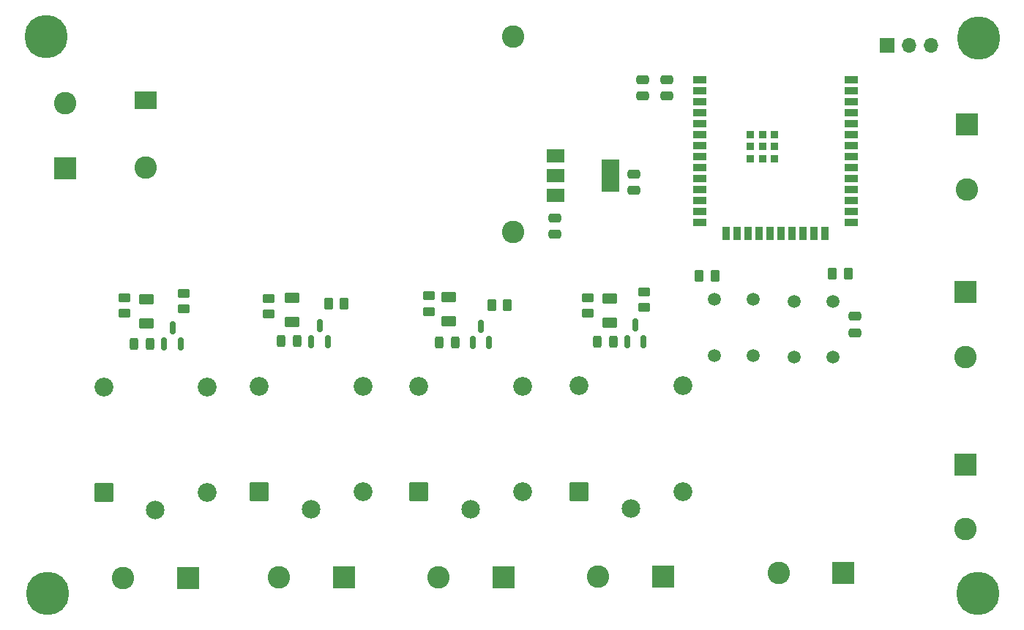
<source format=gbr>
%TF.GenerationSoftware,KiCad,Pcbnew,7.0.8*%
%TF.CreationDate,2024-04-08T22:48:43+05:30*%
%TF.ProjectId,Esp32_relay,45737033-325f-4726-956c-61792e6b6963,rev?*%
%TF.SameCoordinates,PX4046330PY7125ac8*%
%TF.FileFunction,Soldermask,Top*%
%TF.FilePolarity,Negative*%
%FSLAX46Y46*%
G04 Gerber Fmt 4.6, Leading zero omitted, Abs format (unit mm)*
G04 Created by KiCad (PCBNEW 7.0.8) date 2024-04-08 22:48:43*
%MOMM*%
%LPD*%
G01*
G04 APERTURE LIST*
G04 Aperture macros list*
%AMRoundRect*
0 Rectangle with rounded corners*
0 $1 Rounding radius*
0 $2 $3 $4 $5 $6 $7 $8 $9 X,Y pos of 4 corners*
0 Add a 4 corners polygon primitive as box body*
4,1,4,$2,$3,$4,$5,$6,$7,$8,$9,$2,$3,0*
0 Add four circle primitives for the rounded corners*
1,1,$1+$1,$2,$3*
1,1,$1+$1,$4,$5*
1,1,$1+$1,$6,$7*
1,1,$1+$1,$8,$9*
0 Add four rect primitives between the rounded corners*
20,1,$1+$1,$2,$3,$4,$5,0*
20,1,$1+$1,$4,$5,$6,$7,0*
20,1,$1+$1,$6,$7,$8,$9,0*
20,1,$1+$1,$8,$9,$2,$3,0*%
G04 Aperture macros list end*
%ADD10RoundRect,0.243750X-0.243750X-0.456250X0.243750X-0.456250X0.243750X0.456250X-0.243750X0.456250X0*%
%ADD11RoundRect,0.250000X0.450000X-0.262500X0.450000X0.262500X-0.450000X0.262500X-0.450000X-0.262500X0*%
%ADD12RoundRect,0.250000X0.475000X-0.250000X0.475000X0.250000X-0.475000X0.250000X-0.475000X-0.250000X0*%
%ADD13RoundRect,0.250000X-0.475000X0.250000X-0.475000X-0.250000X0.475000X-0.250000X0.475000X0.250000X0*%
%ADD14RoundRect,0.150000X0.150000X-0.587500X0.150000X0.587500X-0.150000X0.587500X-0.150000X-0.587500X0*%
%ADD15RoundRect,0.250000X-0.450000X0.262500X-0.450000X-0.262500X0.450000X-0.262500X0.450000X0.262500X0*%
%ADD16R,2.600000X2.000000*%
%ADD17C,2.600000*%
%ADD18C,1.500000*%
%ADD19RoundRect,0.250000X-0.625000X0.375000X-0.625000X-0.375000X0.625000X-0.375000X0.625000X0.375000X0*%
%ADD20C,5.000000*%
%ADD21RoundRect,0.102000X0.990000X-0.990000X0.990000X0.990000X-0.990000X0.990000X-0.990000X-0.990000X0*%
%ADD22C,2.184000*%
%ADD23C,2.139000*%
%ADD24R,2.600000X2.600000*%
%ADD25R,1.500000X0.900000*%
%ADD26R,0.900000X1.500000*%
%ADD27R,0.900000X0.900000*%
%ADD28RoundRect,0.250000X0.262500X0.450000X-0.262500X0.450000X-0.262500X-0.450000X0.262500X-0.450000X0*%
%ADD29RoundRect,0.250000X-0.262500X-0.450000X0.262500X-0.450000X0.262500X0.450000X-0.262500X0.450000X0*%
%ADD30R,1.700000X1.700000*%
%ADD31O,1.700000X1.700000*%
%ADD32R,2.000000X1.500000*%
%ADD33R,2.000000X3.800000*%
G04 APERTURE END LIST*
D10*
%TO.C,D8*%
X67769500Y33706200D03*
X69644500Y33706200D03*
%TD*%
D11*
%TO.C,R3*%
X48370800Y37167500D03*
X48370800Y38992500D03*
%TD*%
D12*
%TO.C,C1*%
X97627000Y34738200D03*
X97627000Y36638200D03*
%TD*%
D13*
%TO.C,C5*%
X72009000Y53096200D03*
X72009000Y51196200D03*
%TD*%
%TO.C,C3*%
X62865000Y48016200D03*
X62865000Y46116200D03*
%TD*%
D14*
%TO.C,Q3*%
X53406000Y33581100D03*
X55306000Y33581100D03*
X54356000Y35456100D03*
%TD*%
D12*
%TO.C,C2*%
X73025000Y62118200D03*
X73025000Y64018200D03*
%TD*%
D15*
%TO.C,R8*%
X73253600Y39493200D03*
X73253600Y37668200D03*
%TD*%
D16*
%TO.C,PS1*%
X15590500Y61634200D03*
D17*
X15590500Y53834200D03*
X58090500Y69034200D03*
X58090500Y46434200D03*
%TD*%
D18*
%TO.C,S1*%
X95087000Y38378200D03*
X95087000Y31878200D03*
X90587000Y38378200D03*
X90587000Y31878200D03*
%TD*%
D14*
%TO.C,Q4*%
X71262200Y33733500D03*
X73162200Y33733500D03*
X72212200Y35608500D03*
%TD*%
D19*
%TO.C,D2*%
X32461200Y38738000D03*
X32461200Y35938000D03*
%TD*%
D12*
%TO.C,C4*%
X75819000Y62118200D03*
X75819000Y64018200D03*
%TD*%
D20*
%TO.C,H2*%
X4216400Y4572000D03*
%TD*%
D21*
%TO.C,K4*%
X65678800Y16376400D03*
D22*
X77678800Y16376400D03*
D23*
X71678800Y14376400D03*
D22*
X65678800Y28576400D03*
X77678800Y28576400D03*
%TD*%
D21*
%TO.C,K3*%
X47182000Y16298800D03*
D22*
X59182000Y16298800D03*
D23*
X53182000Y14298800D03*
D22*
X47182000Y28498800D03*
X59182000Y28498800D03*
%TD*%
D24*
%TO.C,J8*%
X96266000Y6934200D03*
D17*
X88766000Y6934200D03*
%TD*%
D25*
%TO.C,IC1*%
X79655000Y64010200D03*
X79655000Y62740200D03*
X79655000Y61470200D03*
X79655000Y60200200D03*
X79655000Y58930200D03*
X79655000Y57660200D03*
X79655000Y56390200D03*
X79655000Y55120200D03*
X79655000Y53850200D03*
X79655000Y52580200D03*
X79655000Y51310200D03*
X79655000Y50040200D03*
X79655000Y48770200D03*
X79655000Y47500200D03*
D26*
X82690000Y46250200D03*
X83960000Y46250200D03*
X85230000Y46250200D03*
X86500000Y46250200D03*
X87770000Y46250200D03*
X89040000Y46250200D03*
X90310000Y46250200D03*
X91580000Y46250200D03*
X92850000Y46250200D03*
X94120000Y46250200D03*
D25*
X97155000Y47500200D03*
X97155000Y48770200D03*
X97155000Y50040200D03*
X97155000Y51310200D03*
X97155000Y52580200D03*
X97155000Y53850200D03*
X97155000Y55120200D03*
X97155000Y56390200D03*
X97155000Y57660200D03*
X97155000Y58930200D03*
X97155000Y60200200D03*
X97155000Y61470200D03*
X97155000Y62740200D03*
X97155000Y64010200D03*
D27*
X85505000Y57690200D03*
X85505000Y56290200D03*
X85505000Y54890200D03*
X86905000Y54890200D03*
X88305000Y54890200D03*
X88305000Y56290200D03*
X88305000Y57690200D03*
X86905000Y57690200D03*
X86905000Y56290200D03*
%TD*%
D24*
%TO.C,J9*%
X110363000Y19481800D03*
D17*
X110363000Y11981800D03*
%TD*%
D11*
%TO.C,R2*%
X29819600Y36882700D03*
X29819600Y38707700D03*
%TD*%
D14*
%TO.C,Q2*%
X34737000Y33708100D03*
X36637000Y33708100D03*
X35687000Y35583100D03*
%TD*%
D28*
%TO.C,R9*%
X96810500Y41588400D03*
X94985500Y41588400D03*
%TD*%
D21*
%TO.C,K2*%
X28721800Y16325600D03*
D22*
X40721800Y16325600D03*
D23*
X34721800Y14325600D03*
D22*
X28721800Y28525600D03*
X40721800Y28525600D03*
%TD*%
D20*
%TO.C,H4*%
X111836200Y4572000D03*
%TD*%
%TO.C,H1*%
X4038600Y69011800D03*
%TD*%
D24*
%TO.C,J2*%
X20457600Y6336800D03*
D17*
X12957600Y6336800D03*
%TD*%
D14*
%TO.C,Q1*%
X17714600Y33456400D03*
X19614600Y33456400D03*
X18664600Y35331400D03*
%TD*%
D10*
%TO.C,D5*%
X14175500Y33417200D03*
X16050500Y33417200D03*
%TD*%
D11*
%TO.C,R1*%
X13081000Y36973200D03*
X13081000Y38798200D03*
%TD*%
D10*
%TO.C,D7*%
X49516100Y33638000D03*
X51391100Y33638000D03*
%TD*%
D24*
%TO.C,J1*%
X6223000Y53790200D03*
D17*
X6223000Y61290200D03*
%TD*%
D19*
%TO.C,D3*%
X50656800Y38848000D03*
X50656800Y36048000D03*
%TD*%
D24*
%TO.C,J3*%
X38471800Y6423600D03*
D17*
X30971800Y6423600D03*
%TD*%
D24*
%TO.C,J7*%
X110413800Y39420800D03*
D17*
X110413800Y31920800D03*
%TD*%
D19*
%TO.C,D1*%
X15621000Y38627200D03*
X15621000Y35827200D03*
%TD*%
D10*
%TO.C,D6*%
X31193500Y33782000D03*
X33068500Y33782000D03*
%TD*%
D20*
%TO.C,H3*%
X111887000Y68808600D03*
%TD*%
D28*
%TO.C,R7*%
X57411300Y37956000D03*
X55586300Y37956000D03*
%TD*%
D24*
%TO.C,J5*%
X75428800Y6474400D03*
D17*
X67928800Y6474400D03*
%TD*%
D11*
%TO.C,R5*%
X19939000Y37481200D03*
X19939000Y39306200D03*
%TD*%
D29*
%TO.C,R10*%
X79606000Y41282400D03*
X81431000Y41282400D03*
%TD*%
D30*
%TO.C,J6*%
X101320600Y67995800D03*
D31*
X103860600Y67995800D03*
X106400600Y67995800D03*
%TD*%
D24*
%TO.C,J10*%
X110566200Y58842600D03*
D17*
X110566200Y51342600D03*
%TD*%
D32*
%TO.C,U1*%
X63017000Y55208200D03*
X63017000Y52908200D03*
D33*
X69317000Y52908200D03*
D32*
X63017000Y50608200D03*
%TD*%
D19*
%TO.C,D4*%
X69215000Y38662200D03*
X69215000Y35862200D03*
%TD*%
D28*
%TO.C,R6*%
X38529900Y38125400D03*
X36704900Y38125400D03*
%TD*%
D21*
%TO.C,K1*%
X10707600Y16242800D03*
D22*
X22707600Y16242800D03*
D23*
X16707600Y14242800D03*
D22*
X10707600Y28442800D03*
X22707600Y28442800D03*
%TD*%
D24*
%TO.C,J4*%
X56932000Y6396800D03*
D17*
X49432000Y6396800D03*
%TD*%
D18*
%TO.C,S2*%
X85856200Y38580200D03*
X85856200Y32080200D03*
X81356200Y38580200D03*
X81356200Y32080200D03*
%TD*%
D11*
%TO.C,R4*%
X66675000Y36981700D03*
X66675000Y38806700D03*
%TD*%
M02*

</source>
